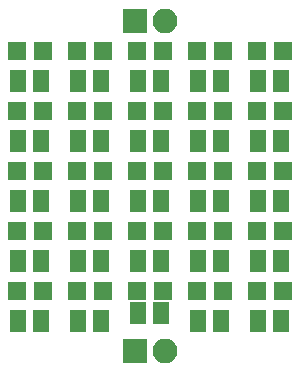
<source format=gbr>
G04 #@! TF.GenerationSoftware,KiCad,Pcbnew,(5.0.0-rc2-dev-352-g017154715)*
G04 #@! TF.CreationDate,2018-10-08T23:49:13-04:00*
G04 #@! TF.ProjectId,Backlight,4261636B6C696768742E6B696361645F,rev?*
G04 #@! TF.SameCoordinates,Original*
G04 #@! TF.FileFunction,Soldermask,Top*
G04 #@! TF.FilePolarity,Negative*
%FSLAX46Y46*%
G04 Gerber Fmt 4.6, Leading zero omitted, Abs format (unit mm)*
G04 Created by KiCad (PCBNEW (5.0.0-rc2-dev-352-g017154715)) date 10/08/18 23:49:13*
%MOMM*%
%LPD*%
G01*
G04 APERTURE LIST*
%ADD10R,1.600000X1.600000*%
%ADD11R,2.100000X2.100000*%
%ADD12O,2.100000X2.100000*%
%ADD13R,1.370000X1.900000*%
G04 APERTURE END LIST*
D10*
X81110000Y-80010000D03*
X78910000Y-80010000D03*
X86190000Y-80010000D03*
X83990000Y-80010000D03*
X91270000Y-80010000D03*
X89070000Y-80010000D03*
X94150000Y-80010000D03*
X96350000Y-80010000D03*
X99230000Y-80010000D03*
X101430000Y-80010000D03*
X81110000Y-85090000D03*
X78910000Y-85090000D03*
X86190000Y-85090000D03*
X83990000Y-85090000D03*
X89070000Y-85090000D03*
X91270000Y-85090000D03*
X94150000Y-85090000D03*
X96350000Y-85090000D03*
X101430000Y-85090000D03*
X99230000Y-85090000D03*
X81110000Y-90170000D03*
X78910000Y-90170000D03*
X86190000Y-90170000D03*
X83990000Y-90170000D03*
X89070000Y-90170000D03*
X91270000Y-90170000D03*
X96350000Y-90170000D03*
X94150000Y-90170000D03*
X101430000Y-90170000D03*
X99230000Y-90170000D03*
X78910000Y-95250000D03*
X81110000Y-95250000D03*
X86190000Y-95250000D03*
X83990000Y-95250000D03*
X89070000Y-95250000D03*
X91270000Y-95250000D03*
X94150000Y-95250000D03*
X96350000Y-95250000D03*
X99230000Y-95250000D03*
X101430000Y-95250000D03*
X78910000Y-100330000D03*
X81110000Y-100330000D03*
X83990000Y-100330000D03*
X86190000Y-100330000D03*
X89070000Y-100330000D03*
X91270000Y-100330000D03*
X94150000Y-100330000D03*
X96350000Y-100330000D03*
X101430000Y-100330000D03*
X99230000Y-100330000D03*
D11*
X88900000Y-77470000D03*
D12*
X91440000Y-77470000D03*
X91472000Y-105410000D03*
D11*
X88932000Y-105410000D03*
D13*
X79055000Y-82550000D03*
X80965000Y-82550000D03*
X84135000Y-82550000D03*
X86045000Y-82550000D03*
X89215000Y-82550000D03*
X91125000Y-82550000D03*
X96205000Y-82550000D03*
X94295000Y-82550000D03*
X99375000Y-82550000D03*
X101285000Y-82550000D03*
X80965000Y-87630000D03*
X79055000Y-87630000D03*
X86045000Y-87630000D03*
X84135000Y-87630000D03*
X89215000Y-87630000D03*
X91125000Y-87630000D03*
X94295000Y-87630000D03*
X96205000Y-87630000D03*
X101285000Y-87630000D03*
X99375000Y-87630000D03*
X80965000Y-92710000D03*
X79055000Y-92710000D03*
X84135000Y-92710000D03*
X86045000Y-92710000D03*
X91125000Y-92710000D03*
X89215000Y-92710000D03*
X94295000Y-92710000D03*
X96205000Y-92710000D03*
X101285000Y-92710000D03*
X99375000Y-92710000D03*
X79055000Y-97790000D03*
X80965000Y-97790000D03*
X84135000Y-97790000D03*
X86045000Y-97790000D03*
X91125000Y-97790000D03*
X89215000Y-97790000D03*
X96205000Y-97790000D03*
X94295000Y-97790000D03*
X99375000Y-97790000D03*
X101285000Y-97790000D03*
X79055000Y-102870000D03*
X80965000Y-102870000D03*
X86045000Y-102870000D03*
X84135000Y-102870000D03*
X91125000Y-102235000D03*
X89215000Y-102235000D03*
X94295000Y-102870000D03*
X96205000Y-102870000D03*
X101285000Y-102870000D03*
X99375000Y-102870000D03*
M02*

</source>
